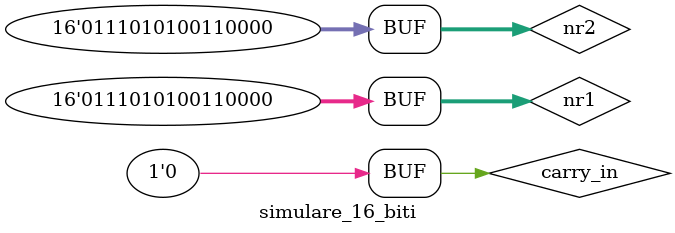
<source format=v>
`timescale 1ns / 1ps


module simulare_16_biti();
reg carry_in;
reg [15:0] nr1, nr2;
wire [15:0] sum;
wire c;

sum_16bit uut(nr1, nr2, carry_in, sum, c);
initial begin
    carry_in = 0; nr1 = 1; nr2 = 1;
    #20
    nr1 = 20;
    nr2 = 32;
    #20 
    carry_in = 1;
    nr1= 200; 
    nr2 = 50;
    #20
    carry_in = 0;
    nr1 = 76;
    nr2 = 20;
    #20
    nr1 = 562;
    nr2 = 364;
    #20
    nr1 = 16'b1111111111111111;
    nr2 = 1;
    #20
    nr1 = 30000;
    nr2 = 30000;
 
 end
endmodule

</source>
